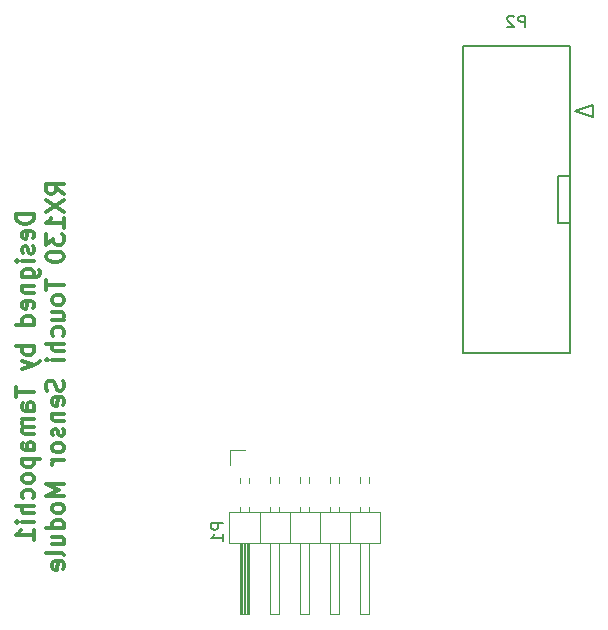
<source format=gbo>
G04 #@! TF.GenerationSoftware,KiCad,Pcbnew,(5.0.0)*
G04 #@! TF.CreationDate,2018-08-18T19:39:24+09:00*
G04 #@! TF.ProjectId,TouchSensor,546F75636853656E736F722E6B696361,rev?*
G04 #@! TF.SameCoordinates,Original*
G04 #@! TF.FileFunction,Legend,Bot*
G04 #@! TF.FilePolarity,Positive*
%FSLAX46Y46*%
G04 Gerber Fmt 4.6, Leading zero omitted, Abs format (unit mm)*
G04 Created by KiCad (PCBNEW (5.0.0)) date 08/18/18 19:39:24*
%MOMM*%
%LPD*%
G01*
G04 APERTURE LIST*
%ADD10C,0.300000*%
%ADD11C,0.120000*%
%ADD12C,0.150000*%
G04 APERTURE END LIST*
D10*
X115153571Y-250750000D02*
X113653571Y-250750000D01*
X113653571Y-251107142D01*
X113725000Y-251321428D01*
X113867857Y-251464285D01*
X114010714Y-251535714D01*
X114296428Y-251607142D01*
X114510714Y-251607142D01*
X114796428Y-251535714D01*
X114939285Y-251464285D01*
X115082142Y-251321428D01*
X115153571Y-251107142D01*
X115153571Y-250750000D01*
X115082142Y-252821428D02*
X115153571Y-252678571D01*
X115153571Y-252392857D01*
X115082142Y-252250000D01*
X114939285Y-252178571D01*
X114367857Y-252178571D01*
X114225000Y-252250000D01*
X114153571Y-252392857D01*
X114153571Y-252678571D01*
X114225000Y-252821428D01*
X114367857Y-252892857D01*
X114510714Y-252892857D01*
X114653571Y-252178571D01*
X115082142Y-253464285D02*
X115153571Y-253607142D01*
X115153571Y-253892857D01*
X115082142Y-254035714D01*
X114939285Y-254107142D01*
X114867857Y-254107142D01*
X114725000Y-254035714D01*
X114653571Y-253892857D01*
X114653571Y-253678571D01*
X114582142Y-253535714D01*
X114439285Y-253464285D01*
X114367857Y-253464285D01*
X114225000Y-253535714D01*
X114153571Y-253678571D01*
X114153571Y-253892857D01*
X114225000Y-254035714D01*
X115153571Y-254750000D02*
X114153571Y-254750000D01*
X113653571Y-254750000D02*
X113725000Y-254678571D01*
X113796428Y-254750000D01*
X113725000Y-254821428D01*
X113653571Y-254750000D01*
X113796428Y-254750000D01*
X114153571Y-256107142D02*
X115367857Y-256107142D01*
X115510714Y-256035714D01*
X115582142Y-255964285D01*
X115653571Y-255821428D01*
X115653571Y-255607142D01*
X115582142Y-255464285D01*
X115082142Y-256107142D02*
X115153571Y-255964285D01*
X115153571Y-255678571D01*
X115082142Y-255535714D01*
X115010714Y-255464285D01*
X114867857Y-255392857D01*
X114439285Y-255392857D01*
X114296428Y-255464285D01*
X114225000Y-255535714D01*
X114153571Y-255678571D01*
X114153571Y-255964285D01*
X114225000Y-256107142D01*
X114153571Y-256821428D02*
X115153571Y-256821428D01*
X114296428Y-256821428D02*
X114225000Y-256892857D01*
X114153571Y-257035714D01*
X114153571Y-257250000D01*
X114225000Y-257392857D01*
X114367857Y-257464285D01*
X115153571Y-257464285D01*
X115082142Y-258750000D02*
X115153571Y-258607142D01*
X115153571Y-258321428D01*
X115082142Y-258178571D01*
X114939285Y-258107142D01*
X114367857Y-258107142D01*
X114225000Y-258178571D01*
X114153571Y-258321428D01*
X114153571Y-258607142D01*
X114225000Y-258750000D01*
X114367857Y-258821428D01*
X114510714Y-258821428D01*
X114653571Y-258107142D01*
X115153571Y-260107142D02*
X113653571Y-260107142D01*
X115082142Y-260107142D02*
X115153571Y-259964285D01*
X115153571Y-259678571D01*
X115082142Y-259535714D01*
X115010714Y-259464285D01*
X114867857Y-259392857D01*
X114439285Y-259392857D01*
X114296428Y-259464285D01*
X114225000Y-259535714D01*
X114153571Y-259678571D01*
X114153571Y-259964285D01*
X114225000Y-260107142D01*
X115153571Y-261964285D02*
X113653571Y-261964285D01*
X114225000Y-261964285D02*
X114153571Y-262107142D01*
X114153571Y-262392857D01*
X114225000Y-262535714D01*
X114296428Y-262607142D01*
X114439285Y-262678571D01*
X114867857Y-262678571D01*
X115010714Y-262607142D01*
X115082142Y-262535714D01*
X115153571Y-262392857D01*
X115153571Y-262107142D01*
X115082142Y-261964285D01*
X114153571Y-263178571D02*
X115153571Y-263535714D01*
X114153571Y-263892857D02*
X115153571Y-263535714D01*
X115510714Y-263392857D01*
X115582142Y-263321428D01*
X115653571Y-263178571D01*
X113653571Y-265392857D02*
X113653571Y-266250000D01*
X115153571Y-265821428D02*
X113653571Y-265821428D01*
X115153571Y-267392857D02*
X114367857Y-267392857D01*
X114225000Y-267321428D01*
X114153571Y-267178571D01*
X114153571Y-266892857D01*
X114225000Y-266750000D01*
X115082142Y-267392857D02*
X115153571Y-267250000D01*
X115153571Y-266892857D01*
X115082142Y-266750000D01*
X114939285Y-266678571D01*
X114796428Y-266678571D01*
X114653571Y-266750000D01*
X114582142Y-266892857D01*
X114582142Y-267250000D01*
X114510714Y-267392857D01*
X115153571Y-268107142D02*
X114153571Y-268107142D01*
X114296428Y-268107142D02*
X114225000Y-268178571D01*
X114153571Y-268321428D01*
X114153571Y-268535714D01*
X114225000Y-268678571D01*
X114367857Y-268750000D01*
X115153571Y-268750000D01*
X114367857Y-268750000D02*
X114225000Y-268821428D01*
X114153571Y-268964285D01*
X114153571Y-269178571D01*
X114225000Y-269321428D01*
X114367857Y-269392857D01*
X115153571Y-269392857D01*
X115153571Y-270750000D02*
X114367857Y-270750000D01*
X114225000Y-270678571D01*
X114153571Y-270535714D01*
X114153571Y-270250000D01*
X114225000Y-270107142D01*
X115082142Y-270750000D02*
X115153571Y-270607142D01*
X115153571Y-270250000D01*
X115082142Y-270107142D01*
X114939285Y-270035714D01*
X114796428Y-270035714D01*
X114653571Y-270107142D01*
X114582142Y-270250000D01*
X114582142Y-270607142D01*
X114510714Y-270750000D01*
X114153571Y-271464285D02*
X115653571Y-271464285D01*
X114225000Y-271464285D02*
X114153571Y-271607142D01*
X114153571Y-271892857D01*
X114225000Y-272035714D01*
X114296428Y-272107142D01*
X114439285Y-272178571D01*
X114867857Y-272178571D01*
X115010714Y-272107142D01*
X115082142Y-272035714D01*
X115153571Y-271892857D01*
X115153571Y-271607142D01*
X115082142Y-271464285D01*
X115153571Y-273035714D02*
X115082142Y-272892857D01*
X115010714Y-272821428D01*
X114867857Y-272750000D01*
X114439285Y-272750000D01*
X114296428Y-272821428D01*
X114225000Y-272892857D01*
X114153571Y-273035714D01*
X114153571Y-273250000D01*
X114225000Y-273392857D01*
X114296428Y-273464285D01*
X114439285Y-273535714D01*
X114867857Y-273535714D01*
X115010714Y-273464285D01*
X115082142Y-273392857D01*
X115153571Y-273250000D01*
X115153571Y-273035714D01*
X115082142Y-274821428D02*
X115153571Y-274678571D01*
X115153571Y-274392857D01*
X115082142Y-274250000D01*
X115010714Y-274178571D01*
X114867857Y-274107142D01*
X114439285Y-274107142D01*
X114296428Y-274178571D01*
X114225000Y-274250000D01*
X114153571Y-274392857D01*
X114153571Y-274678571D01*
X114225000Y-274821428D01*
X115153571Y-275464285D02*
X113653571Y-275464285D01*
X115153571Y-276107142D02*
X114367857Y-276107142D01*
X114225000Y-276035714D01*
X114153571Y-275892857D01*
X114153571Y-275678571D01*
X114225000Y-275535714D01*
X114296428Y-275464285D01*
X115153571Y-276821428D02*
X114153571Y-276821428D01*
X113653571Y-276821428D02*
X113725000Y-276750000D01*
X113796428Y-276821428D01*
X113725000Y-276892857D01*
X113653571Y-276821428D01*
X113796428Y-276821428D01*
X115153571Y-278321428D02*
X115153571Y-277464285D01*
X115153571Y-277892857D02*
X113653571Y-277892857D01*
X113867857Y-277750000D01*
X114010714Y-277607142D01*
X114082142Y-277464285D01*
X117703571Y-249071428D02*
X116989285Y-248571428D01*
X117703571Y-248214285D02*
X116203571Y-248214285D01*
X116203571Y-248785714D01*
X116275000Y-248928571D01*
X116346428Y-249000000D01*
X116489285Y-249071428D01*
X116703571Y-249071428D01*
X116846428Y-249000000D01*
X116917857Y-248928571D01*
X116989285Y-248785714D01*
X116989285Y-248214285D01*
X116203571Y-249571428D02*
X117703571Y-250571428D01*
X116203571Y-250571428D02*
X117703571Y-249571428D01*
X117703571Y-251928571D02*
X117703571Y-251071428D01*
X117703571Y-251500000D02*
X116203571Y-251500000D01*
X116417857Y-251357142D01*
X116560714Y-251214285D01*
X116632142Y-251071428D01*
X116203571Y-252428571D02*
X116203571Y-253357142D01*
X116775000Y-252857142D01*
X116775000Y-253071428D01*
X116846428Y-253214285D01*
X116917857Y-253285714D01*
X117060714Y-253357142D01*
X117417857Y-253357142D01*
X117560714Y-253285714D01*
X117632142Y-253214285D01*
X117703571Y-253071428D01*
X117703571Y-252642857D01*
X117632142Y-252500000D01*
X117560714Y-252428571D01*
X116203571Y-254285714D02*
X116203571Y-254428571D01*
X116275000Y-254571428D01*
X116346428Y-254642857D01*
X116489285Y-254714285D01*
X116775000Y-254785714D01*
X117132142Y-254785714D01*
X117417857Y-254714285D01*
X117560714Y-254642857D01*
X117632142Y-254571428D01*
X117703571Y-254428571D01*
X117703571Y-254285714D01*
X117632142Y-254142857D01*
X117560714Y-254071428D01*
X117417857Y-254000000D01*
X117132142Y-253928571D01*
X116775000Y-253928571D01*
X116489285Y-254000000D01*
X116346428Y-254071428D01*
X116275000Y-254142857D01*
X116203571Y-254285714D01*
X116203571Y-256357142D02*
X116203571Y-257214285D01*
X117703571Y-256785714D02*
X116203571Y-256785714D01*
X117703571Y-257928571D02*
X117632142Y-257785714D01*
X117560714Y-257714285D01*
X117417857Y-257642857D01*
X116989285Y-257642857D01*
X116846428Y-257714285D01*
X116775000Y-257785714D01*
X116703571Y-257928571D01*
X116703571Y-258142857D01*
X116775000Y-258285714D01*
X116846428Y-258357142D01*
X116989285Y-258428571D01*
X117417857Y-258428571D01*
X117560714Y-258357142D01*
X117632142Y-258285714D01*
X117703571Y-258142857D01*
X117703571Y-257928571D01*
X116703571Y-259714285D02*
X117703571Y-259714285D01*
X116703571Y-259071428D02*
X117489285Y-259071428D01*
X117632142Y-259142857D01*
X117703571Y-259285714D01*
X117703571Y-259500000D01*
X117632142Y-259642857D01*
X117560714Y-259714285D01*
X117632142Y-261071428D02*
X117703571Y-260928571D01*
X117703571Y-260642857D01*
X117632142Y-260500000D01*
X117560714Y-260428571D01*
X117417857Y-260357142D01*
X116989285Y-260357142D01*
X116846428Y-260428571D01*
X116775000Y-260500000D01*
X116703571Y-260642857D01*
X116703571Y-260928571D01*
X116775000Y-261071428D01*
X117703571Y-261714285D02*
X116203571Y-261714285D01*
X117703571Y-262357142D02*
X116917857Y-262357142D01*
X116775000Y-262285714D01*
X116703571Y-262142857D01*
X116703571Y-261928571D01*
X116775000Y-261785714D01*
X116846428Y-261714285D01*
X117703571Y-263071428D02*
X116703571Y-263071428D01*
X116203571Y-263071428D02*
X116275000Y-263000000D01*
X116346428Y-263071428D01*
X116275000Y-263142857D01*
X116203571Y-263071428D01*
X116346428Y-263071428D01*
X117632142Y-264857142D02*
X117703571Y-265071428D01*
X117703571Y-265428571D01*
X117632142Y-265571428D01*
X117560714Y-265642857D01*
X117417857Y-265714285D01*
X117275000Y-265714285D01*
X117132142Y-265642857D01*
X117060714Y-265571428D01*
X116989285Y-265428571D01*
X116917857Y-265142857D01*
X116846428Y-265000000D01*
X116775000Y-264928571D01*
X116632142Y-264857142D01*
X116489285Y-264857142D01*
X116346428Y-264928571D01*
X116275000Y-265000000D01*
X116203571Y-265142857D01*
X116203571Y-265500000D01*
X116275000Y-265714285D01*
X117632142Y-266928571D02*
X117703571Y-266785714D01*
X117703571Y-266500000D01*
X117632142Y-266357142D01*
X117489285Y-266285714D01*
X116917857Y-266285714D01*
X116775000Y-266357142D01*
X116703571Y-266500000D01*
X116703571Y-266785714D01*
X116775000Y-266928571D01*
X116917857Y-267000000D01*
X117060714Y-267000000D01*
X117203571Y-266285714D01*
X116703571Y-267642857D02*
X117703571Y-267642857D01*
X116846428Y-267642857D02*
X116775000Y-267714285D01*
X116703571Y-267857142D01*
X116703571Y-268071428D01*
X116775000Y-268214285D01*
X116917857Y-268285714D01*
X117703571Y-268285714D01*
X117632142Y-268928571D02*
X117703571Y-269071428D01*
X117703571Y-269357142D01*
X117632142Y-269500000D01*
X117489285Y-269571428D01*
X117417857Y-269571428D01*
X117275000Y-269500000D01*
X117203571Y-269357142D01*
X117203571Y-269142857D01*
X117132142Y-269000000D01*
X116989285Y-268928571D01*
X116917857Y-268928571D01*
X116775000Y-269000000D01*
X116703571Y-269142857D01*
X116703571Y-269357142D01*
X116775000Y-269500000D01*
X117703571Y-270428571D02*
X117632142Y-270285714D01*
X117560714Y-270214285D01*
X117417857Y-270142857D01*
X116989285Y-270142857D01*
X116846428Y-270214285D01*
X116775000Y-270285714D01*
X116703571Y-270428571D01*
X116703571Y-270642857D01*
X116775000Y-270785714D01*
X116846428Y-270857142D01*
X116989285Y-270928571D01*
X117417857Y-270928571D01*
X117560714Y-270857142D01*
X117632142Y-270785714D01*
X117703571Y-270642857D01*
X117703571Y-270428571D01*
X117703571Y-271571428D02*
X116703571Y-271571428D01*
X116989285Y-271571428D02*
X116846428Y-271642857D01*
X116775000Y-271714285D01*
X116703571Y-271857142D01*
X116703571Y-272000000D01*
X117703571Y-273642857D02*
X116203571Y-273642857D01*
X117275000Y-274142857D01*
X116203571Y-274642857D01*
X117703571Y-274642857D01*
X117703571Y-275571428D02*
X117632142Y-275428571D01*
X117560714Y-275357142D01*
X117417857Y-275285714D01*
X116989285Y-275285714D01*
X116846428Y-275357142D01*
X116775000Y-275428571D01*
X116703571Y-275571428D01*
X116703571Y-275785714D01*
X116775000Y-275928571D01*
X116846428Y-276000000D01*
X116989285Y-276071428D01*
X117417857Y-276071428D01*
X117560714Y-276000000D01*
X117632142Y-275928571D01*
X117703571Y-275785714D01*
X117703571Y-275571428D01*
X117703571Y-277357142D02*
X116203571Y-277357142D01*
X117632142Y-277357142D02*
X117703571Y-277214285D01*
X117703571Y-276928571D01*
X117632142Y-276785714D01*
X117560714Y-276714285D01*
X117417857Y-276642857D01*
X116989285Y-276642857D01*
X116846428Y-276714285D01*
X116775000Y-276785714D01*
X116703571Y-276928571D01*
X116703571Y-277214285D01*
X116775000Y-277357142D01*
X116703571Y-278714285D02*
X117703571Y-278714285D01*
X116703571Y-278071428D02*
X117489285Y-278071428D01*
X117632142Y-278142857D01*
X117703571Y-278285714D01*
X117703571Y-278500000D01*
X117632142Y-278642857D01*
X117560714Y-278714285D01*
X117703571Y-279642857D02*
X117632142Y-279500000D01*
X117489285Y-279428571D01*
X116203571Y-279428571D01*
X117632142Y-280785714D02*
X117703571Y-280642857D01*
X117703571Y-280357142D01*
X117632142Y-280214285D01*
X117489285Y-280142857D01*
X116917857Y-280142857D01*
X116775000Y-280214285D01*
X116703571Y-280357142D01*
X116703571Y-280642857D01*
X116775000Y-280785714D01*
X116917857Y-280857142D01*
X117060714Y-280857142D01*
X117203571Y-280142857D01*
D11*
G04 #@! TO.C,P1*
X131730000Y-270730000D02*
X131730000Y-272000000D01*
X133000000Y-270730000D02*
X131730000Y-270730000D01*
X143540000Y-273042929D02*
X143540000Y-273497071D01*
X142780000Y-273042929D02*
X142780000Y-273497071D01*
X143540000Y-275582929D02*
X143540000Y-275980000D01*
X142780000Y-275582929D02*
X142780000Y-275980000D01*
X143540000Y-284640000D02*
X143540000Y-278640000D01*
X142780000Y-284640000D02*
X143540000Y-284640000D01*
X142780000Y-278640000D02*
X142780000Y-284640000D01*
X141890000Y-275980000D02*
X141890000Y-278640000D01*
X141000000Y-273042929D02*
X141000000Y-273497071D01*
X140240000Y-273042929D02*
X140240000Y-273497071D01*
X141000000Y-275582929D02*
X141000000Y-275980000D01*
X140240000Y-275582929D02*
X140240000Y-275980000D01*
X141000000Y-284640000D02*
X141000000Y-278640000D01*
X140240000Y-284640000D02*
X141000000Y-284640000D01*
X140240000Y-278640000D02*
X140240000Y-284640000D01*
X139350000Y-275980000D02*
X139350000Y-278640000D01*
X138460000Y-273042929D02*
X138460000Y-273497071D01*
X137700000Y-273042929D02*
X137700000Y-273497071D01*
X138460000Y-275582929D02*
X138460000Y-275980000D01*
X137700000Y-275582929D02*
X137700000Y-275980000D01*
X138460000Y-284640000D02*
X138460000Y-278640000D01*
X137700000Y-284640000D02*
X138460000Y-284640000D01*
X137700000Y-278640000D02*
X137700000Y-284640000D01*
X136810000Y-275980000D02*
X136810000Y-278640000D01*
X135920000Y-273042929D02*
X135920000Y-273497071D01*
X135160000Y-273042929D02*
X135160000Y-273497071D01*
X135920000Y-275582929D02*
X135920000Y-275980000D01*
X135160000Y-275582929D02*
X135160000Y-275980000D01*
X135920000Y-284640000D02*
X135920000Y-278640000D01*
X135160000Y-284640000D02*
X135920000Y-284640000D01*
X135160000Y-278640000D02*
X135160000Y-284640000D01*
X134270000Y-275980000D02*
X134270000Y-278640000D01*
X133380000Y-273110000D02*
X133380000Y-273497071D01*
X132620000Y-273110000D02*
X132620000Y-273497071D01*
X133380000Y-275582929D02*
X133380000Y-275980000D01*
X132620000Y-275582929D02*
X132620000Y-275980000D01*
X133280000Y-278640000D02*
X133280000Y-284640000D01*
X133160000Y-278640000D02*
X133160000Y-284640000D01*
X133040000Y-278640000D02*
X133040000Y-284640000D01*
X132920000Y-278640000D02*
X132920000Y-284640000D01*
X132800000Y-278640000D02*
X132800000Y-284640000D01*
X132680000Y-278640000D02*
X132680000Y-284640000D01*
X133380000Y-284640000D02*
X133380000Y-278640000D01*
X132620000Y-284640000D02*
X133380000Y-284640000D01*
X132620000Y-278640000D02*
X132620000Y-284640000D01*
X131670000Y-278640000D02*
X131670000Y-275980000D01*
X144490000Y-278640000D02*
X131670000Y-278640000D01*
X144490000Y-275980000D02*
X144490000Y-278640000D01*
X131670000Y-275980000D02*
X144490000Y-275980000D01*
D12*
G04 #@! TO.C,P2*
X161000000Y-242000000D02*
X162500000Y-242500000D01*
X162500000Y-242500000D02*
X162500000Y-241500000D01*
X162500000Y-241500000D02*
X161000000Y-242000000D01*
X160500000Y-251500000D02*
X159500000Y-251500000D01*
X159500000Y-251500000D02*
X159500000Y-247500000D01*
X159500000Y-247500000D02*
X160500000Y-247500000D01*
X151500000Y-236500000D02*
X151500000Y-262500000D01*
X151500000Y-262500000D02*
X160500000Y-262500000D01*
X160500000Y-262500000D02*
X160500000Y-236500000D01*
X160500000Y-236500000D02*
X151500000Y-236500000D01*
G04 #@! TO.C,P1*
X131182380Y-276916904D02*
X130182380Y-276916904D01*
X130182380Y-277297857D01*
X130230000Y-277393095D01*
X130277619Y-277440714D01*
X130372857Y-277488333D01*
X130515714Y-277488333D01*
X130610952Y-277440714D01*
X130658571Y-277393095D01*
X130706190Y-277297857D01*
X130706190Y-276916904D01*
X131182380Y-278440714D02*
X131182380Y-277869285D01*
X131182380Y-278155000D02*
X130182380Y-278155000D01*
X130325238Y-278059761D01*
X130420476Y-277964523D01*
X130468095Y-277869285D01*
G04 #@! TO.C,P2*
X156738095Y-234952380D02*
X156738095Y-233952380D01*
X156357142Y-233952380D01*
X156261904Y-234000000D01*
X156214285Y-234047619D01*
X156166666Y-234142857D01*
X156166666Y-234285714D01*
X156214285Y-234380952D01*
X156261904Y-234428571D01*
X156357142Y-234476190D01*
X156738095Y-234476190D01*
X155785714Y-234047619D02*
X155738095Y-234000000D01*
X155642857Y-233952380D01*
X155404761Y-233952380D01*
X155309523Y-234000000D01*
X155261904Y-234047619D01*
X155214285Y-234142857D01*
X155214285Y-234238095D01*
X155261904Y-234380952D01*
X155833333Y-234952380D01*
X155214285Y-234952380D01*
G04 #@! TD*
M02*

</source>
